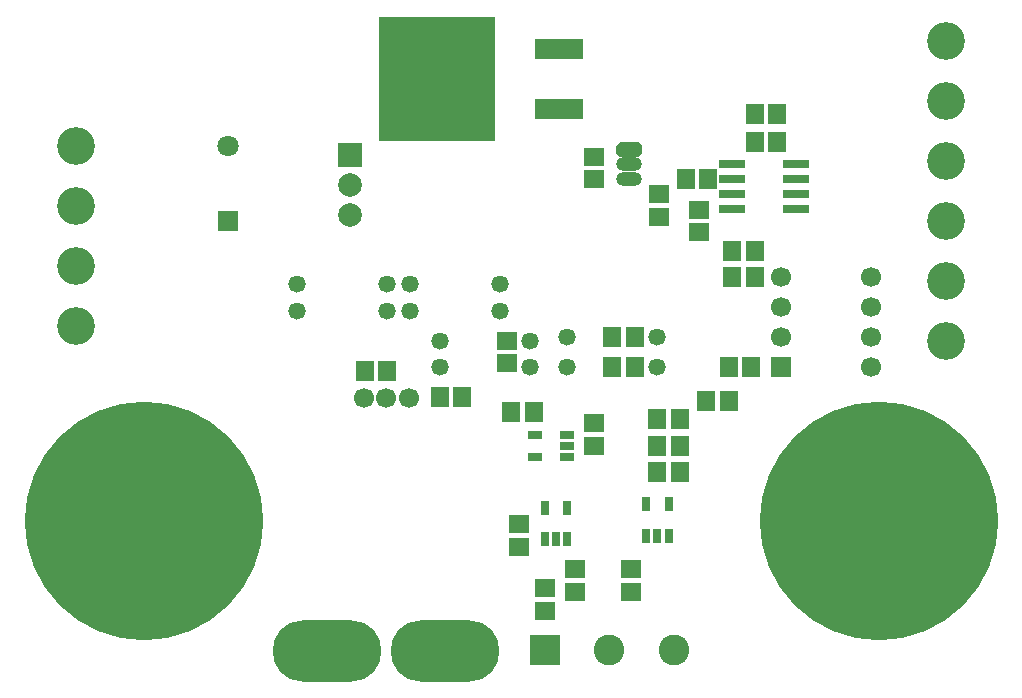
<source format=gbr>
G04 DipTrace 2.3.0.3*
%INTopMask.gbr*%
%MOMM*%
%ADD36R,1.8X1.8*%
%ADD44C,1.7*%
%ADD53C,20.2*%
%ADD55O,2.2X1.2*%
%ADD58C,1.8*%
%ADD60C,2.0*%
%ADD62R,2.0X2.0*%
%ADD63R,9.9X10.6*%
%ADD65R,4.15X1.7*%
%ADD67R,2.2X0.8*%
%ADD69C,1.7*%
%ADD71R,1.7X1.7*%
%ADD73C,3.2*%
%ADD75C,1.47*%
%ADD77C,1.47*%
%ADD79R,1.3X0.8*%
%ADD81R,1.5X1.7*%
%ADD83R,1.7X1.5*%
%ADD85R,0.8X1.3*%
%ADD87C,2.6*%
%ADD89R,2.6X2.6*%
%ADD91O,9.2X5.2*%
%FSLAX53Y53*%
G04*
G71*
G90*
G75*
G01*
%LNTopMask*%
%LPD*%
D44*
X5950Y23100D3*
X4040D3*
X7860D3*
D91*
X10950Y1700D3*
X950D3*
D89*
X19360Y1750D3*
D87*
X24810D3*
X30260D3*
D85*
X19368Y11112D3*
X20317D3*
X21268D3*
Y13812D3*
X19368D3*
D83*
X19367Y6985D3*
Y5085D3*
X17145Y12383D3*
Y10483D3*
D81*
X12383Y23178D3*
X10482D3*
D83*
X21908Y8572D3*
Y6673D3*
D81*
X6033Y25400D3*
X4133D3*
D79*
X21273Y18098D3*
Y19048D3*
Y19998D3*
X18572D3*
Y18098D3*
D81*
X26983Y25717D3*
X25082D3*
D77*
X28892D3*
D75*
X21273D3*
D83*
X23495Y19050D3*
Y20950D3*
D81*
X26982Y28258D3*
X25082D3*
D77*
X18097Y25717D3*
D75*
X10478D3*
D77*
X21273Y28258D3*
D75*
X28892D3*
D81*
X18412Y21905D3*
X16512D3*
D77*
X15557Y32702D3*
D75*
X7938D3*
D77*
X15557Y30480D3*
D75*
X7938D3*
D77*
X6032D3*
D75*
X-1587D3*
D77*
X6032Y32702D3*
D75*
X-1587D3*
D77*
X18097Y27940D3*
D75*
X10478D3*
D83*
X16192Y26035D3*
Y27935D3*
D73*
X53340Y33020D3*
Y27940D3*
D81*
X36830Y25717D3*
X34930D3*
X33020Y22860D3*
X34920D3*
D71*
X39370Y25718D3*
D69*
Y28258D3*
Y30798D3*
Y33337D3*
X46990D3*
Y30798D3*
Y28258D3*
Y25718D3*
D81*
X28892Y19050D3*
X30793D3*
X30798Y21273D3*
X28898D3*
X28892Y16827D3*
X30793D3*
D67*
X40640Y39053D3*
Y40322D3*
Y41592D3*
Y42862D3*
X35240D3*
Y41592D3*
Y40322D3*
Y39053D3*
D85*
X27940Y11430D3*
X28890D3*
X29840D3*
Y14130D3*
X27940D3*
D83*
X26670Y8572D3*
Y6673D3*
X32385Y37148D3*
Y39048D3*
D81*
X37148Y33337D3*
X35248D3*
X37143Y35560D3*
X35242D3*
D83*
X29051Y40322D3*
Y38422D3*
D81*
X39050Y47151D3*
X37150D3*
X37147Y44768D3*
X39048D3*
X31276Y41595D3*
X33176D3*
D65*
X20558Y47545D3*
Y52625D3*
D63*
X10257Y50085D3*
D62*
X2858Y43656D3*
D60*
Y38576D3*
Y41116D3*
D58*
X-7461Y44450D3*
D36*
Y38100D3*
D83*
X23495Y43498D3*
Y41598D3*
G36*
X27303Y44732D2*
X27611Y44424D1*
Y43841D1*
X27303Y43533D1*
X25720D1*
X25411Y43841D1*
Y44424D1*
X25720Y44732D1*
X27303D1*
G37*
D55*
X26511Y42862D3*
Y41592D3*
D73*
X53340Y38100D3*
Y43180D3*
Y48260D3*
Y53340D3*
X-20320Y29210D3*
Y34290D3*
D53*
X-14605Y12700D3*
X47625D3*
D73*
X-20320Y39370D3*
Y44450D3*
M02*

</source>
